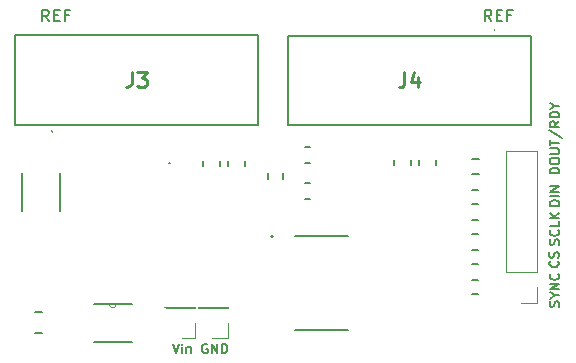
<source format=gbr>
%TF.GenerationSoftware,KiCad,Pcbnew,8.0.3*%
%TF.CreationDate,2024-08-07T15:39:48+03:00*%
%TF.ProjectId,Thermometer Schematic,54686572-6d6f-46d6-9574-657220536368,rev?*%
%TF.SameCoordinates,Original*%
%TF.FileFunction,Legend,Top*%
%TF.FilePolarity,Positive*%
%FSLAX46Y46*%
G04 Gerber Fmt 4.6, Leading zero omitted, Abs format (unit mm)*
G04 Created by KiCad (PCBNEW 8.0.3) date 2024-08-07 15:39:48*
%MOMM*%
%LPD*%
G01*
G04 APERTURE LIST*
%ADD10C,0.200000*%
%ADD11C,0.254000*%
%ADD12C,0.127000*%
%ADD13C,0.180000*%
%ADD14C,0.120000*%
%ADD15C,0.100000*%
%ADD16C,0.152400*%
G04 APERTURE END LIST*
D10*
X96111101Y-105539790D02*
X96034911Y-105501695D01*
X96034911Y-105501695D02*
X95920625Y-105501695D01*
X95920625Y-105501695D02*
X95806339Y-105539790D01*
X95806339Y-105539790D02*
X95730149Y-105615980D01*
X95730149Y-105615980D02*
X95692054Y-105692171D01*
X95692054Y-105692171D02*
X95653958Y-105844552D01*
X95653958Y-105844552D02*
X95653958Y-105958838D01*
X95653958Y-105958838D02*
X95692054Y-106111219D01*
X95692054Y-106111219D02*
X95730149Y-106187409D01*
X95730149Y-106187409D02*
X95806339Y-106263600D01*
X95806339Y-106263600D02*
X95920625Y-106301695D01*
X95920625Y-106301695D02*
X95996816Y-106301695D01*
X95996816Y-106301695D02*
X96111101Y-106263600D01*
X96111101Y-106263600D02*
X96149197Y-106225504D01*
X96149197Y-106225504D02*
X96149197Y-105958838D01*
X96149197Y-105958838D02*
X95996816Y-105958838D01*
X96492054Y-106301695D02*
X96492054Y-105501695D01*
X96492054Y-105501695D02*
X96949197Y-106301695D01*
X96949197Y-106301695D02*
X96949197Y-105501695D01*
X97330149Y-106301695D02*
X97330149Y-105501695D01*
X97330149Y-105501695D02*
X97520625Y-105501695D01*
X97520625Y-105501695D02*
X97634911Y-105539790D01*
X97634911Y-105539790D02*
X97711101Y-105615980D01*
X97711101Y-105615980D02*
X97749196Y-105692171D01*
X97749196Y-105692171D02*
X97787292Y-105844552D01*
X97787292Y-105844552D02*
X97787292Y-105958838D01*
X97787292Y-105958838D02*
X97749196Y-106111219D01*
X97749196Y-106111219D02*
X97711101Y-106187409D01*
X97711101Y-106187409D02*
X97634911Y-106263600D01*
X97634911Y-106263600D02*
X97520625Y-106301695D01*
X97520625Y-106301695D02*
X97330149Y-106301695D01*
X93177768Y-105511695D02*
X93444435Y-106311695D01*
X93444435Y-106311695D02*
X93711101Y-105511695D01*
X93977768Y-106311695D02*
X93977768Y-105778361D01*
X93977768Y-105511695D02*
X93939672Y-105549790D01*
X93939672Y-105549790D02*
X93977768Y-105587885D01*
X93977768Y-105587885D02*
X94015863Y-105549790D01*
X94015863Y-105549790D02*
X93977768Y-105511695D01*
X93977768Y-105511695D02*
X93977768Y-105587885D01*
X94358720Y-105778361D02*
X94358720Y-106311695D01*
X94358720Y-105854552D02*
X94396815Y-105816457D01*
X94396815Y-105816457D02*
X94473005Y-105778361D01*
X94473005Y-105778361D02*
X94587291Y-105778361D01*
X94587291Y-105778361D02*
X94663482Y-105816457D01*
X94663482Y-105816457D02*
X94701577Y-105892647D01*
X94701577Y-105892647D02*
X94701577Y-106311695D01*
X125931695Y-91077945D02*
X125131695Y-91077945D01*
X125131695Y-91077945D02*
X125131695Y-90887469D01*
X125131695Y-90887469D02*
X125169790Y-90773183D01*
X125169790Y-90773183D02*
X125245980Y-90696993D01*
X125245980Y-90696993D02*
X125322171Y-90658898D01*
X125322171Y-90658898D02*
X125474552Y-90620802D01*
X125474552Y-90620802D02*
X125588838Y-90620802D01*
X125588838Y-90620802D02*
X125741219Y-90658898D01*
X125741219Y-90658898D02*
X125817409Y-90696993D01*
X125817409Y-90696993D02*
X125893600Y-90773183D01*
X125893600Y-90773183D02*
X125931695Y-90887469D01*
X125931695Y-90887469D02*
X125931695Y-91077945D01*
X125131695Y-90125564D02*
X125131695Y-89973183D01*
X125131695Y-89973183D02*
X125169790Y-89896993D01*
X125169790Y-89896993D02*
X125245980Y-89820802D01*
X125245980Y-89820802D02*
X125398361Y-89782707D01*
X125398361Y-89782707D02*
X125665028Y-89782707D01*
X125665028Y-89782707D02*
X125817409Y-89820802D01*
X125817409Y-89820802D02*
X125893600Y-89896993D01*
X125893600Y-89896993D02*
X125931695Y-89973183D01*
X125931695Y-89973183D02*
X125931695Y-90125564D01*
X125931695Y-90125564D02*
X125893600Y-90201755D01*
X125893600Y-90201755D02*
X125817409Y-90277945D01*
X125817409Y-90277945D02*
X125665028Y-90316041D01*
X125665028Y-90316041D02*
X125398361Y-90316041D01*
X125398361Y-90316041D02*
X125245980Y-90277945D01*
X125245980Y-90277945D02*
X125169790Y-90201755D01*
X125169790Y-90201755D02*
X125131695Y-90125564D01*
X125131695Y-89439850D02*
X125779314Y-89439850D01*
X125779314Y-89439850D02*
X125855504Y-89401755D01*
X125855504Y-89401755D02*
X125893600Y-89363660D01*
X125893600Y-89363660D02*
X125931695Y-89287469D01*
X125931695Y-89287469D02*
X125931695Y-89135088D01*
X125931695Y-89135088D02*
X125893600Y-89058898D01*
X125893600Y-89058898D02*
X125855504Y-89020803D01*
X125855504Y-89020803D02*
X125779314Y-88982707D01*
X125779314Y-88982707D02*
X125131695Y-88982707D01*
X125131695Y-88716041D02*
X125131695Y-88258898D01*
X125931695Y-88487470D02*
X125131695Y-88487470D01*
X125093600Y-87420803D02*
X126122171Y-88106517D01*
X125931695Y-86696993D02*
X125550742Y-86963660D01*
X125931695Y-87154136D02*
X125131695Y-87154136D01*
X125131695Y-87154136D02*
X125131695Y-86849374D01*
X125131695Y-86849374D02*
X125169790Y-86773184D01*
X125169790Y-86773184D02*
X125207885Y-86735089D01*
X125207885Y-86735089D02*
X125284076Y-86696993D01*
X125284076Y-86696993D02*
X125398361Y-86696993D01*
X125398361Y-86696993D02*
X125474552Y-86735089D01*
X125474552Y-86735089D02*
X125512647Y-86773184D01*
X125512647Y-86773184D02*
X125550742Y-86849374D01*
X125550742Y-86849374D02*
X125550742Y-87154136D01*
X125931695Y-86354136D02*
X125131695Y-86354136D01*
X125131695Y-86354136D02*
X125131695Y-86163660D01*
X125131695Y-86163660D02*
X125169790Y-86049374D01*
X125169790Y-86049374D02*
X125245980Y-85973184D01*
X125245980Y-85973184D02*
X125322171Y-85935089D01*
X125322171Y-85935089D02*
X125474552Y-85896993D01*
X125474552Y-85896993D02*
X125588838Y-85896993D01*
X125588838Y-85896993D02*
X125741219Y-85935089D01*
X125741219Y-85935089D02*
X125817409Y-85973184D01*
X125817409Y-85973184D02*
X125893600Y-86049374D01*
X125893600Y-86049374D02*
X125931695Y-86163660D01*
X125931695Y-86163660D02*
X125931695Y-86354136D01*
X125550742Y-85401755D02*
X125931695Y-85401755D01*
X125131695Y-85668422D02*
X125550742Y-85401755D01*
X125550742Y-85401755D02*
X125131695Y-85135089D01*
X125863600Y-102376041D02*
X125901695Y-102261755D01*
X125901695Y-102261755D02*
X125901695Y-102071279D01*
X125901695Y-102071279D02*
X125863600Y-101995088D01*
X125863600Y-101995088D02*
X125825504Y-101956993D01*
X125825504Y-101956993D02*
X125749314Y-101918898D01*
X125749314Y-101918898D02*
X125673123Y-101918898D01*
X125673123Y-101918898D02*
X125596933Y-101956993D01*
X125596933Y-101956993D02*
X125558838Y-101995088D01*
X125558838Y-101995088D02*
X125520742Y-102071279D01*
X125520742Y-102071279D02*
X125482647Y-102223660D01*
X125482647Y-102223660D02*
X125444552Y-102299850D01*
X125444552Y-102299850D02*
X125406457Y-102337945D01*
X125406457Y-102337945D02*
X125330266Y-102376041D01*
X125330266Y-102376041D02*
X125254076Y-102376041D01*
X125254076Y-102376041D02*
X125177885Y-102337945D01*
X125177885Y-102337945D02*
X125139790Y-102299850D01*
X125139790Y-102299850D02*
X125101695Y-102223660D01*
X125101695Y-102223660D02*
X125101695Y-102033183D01*
X125101695Y-102033183D02*
X125139790Y-101918898D01*
X125520742Y-101423659D02*
X125901695Y-101423659D01*
X125101695Y-101690326D02*
X125520742Y-101423659D01*
X125520742Y-101423659D02*
X125101695Y-101156993D01*
X125901695Y-100890326D02*
X125101695Y-100890326D01*
X125101695Y-100890326D02*
X125901695Y-100433183D01*
X125901695Y-100433183D02*
X125101695Y-100433183D01*
X125825504Y-99595088D02*
X125863600Y-99633184D01*
X125863600Y-99633184D02*
X125901695Y-99747469D01*
X125901695Y-99747469D02*
X125901695Y-99823660D01*
X125901695Y-99823660D02*
X125863600Y-99937946D01*
X125863600Y-99937946D02*
X125787409Y-100014136D01*
X125787409Y-100014136D02*
X125711219Y-100052231D01*
X125711219Y-100052231D02*
X125558838Y-100090327D01*
X125558838Y-100090327D02*
X125444552Y-100090327D01*
X125444552Y-100090327D02*
X125292171Y-100052231D01*
X125292171Y-100052231D02*
X125215980Y-100014136D01*
X125215980Y-100014136D02*
X125139790Y-99937946D01*
X125139790Y-99937946D02*
X125101695Y-99823660D01*
X125101695Y-99823660D02*
X125101695Y-99747469D01*
X125101695Y-99747469D02*
X125139790Y-99633184D01*
X125139790Y-99633184D02*
X125177885Y-99595088D01*
X120181101Y-78217219D02*
X119847768Y-77741028D01*
X119609673Y-78217219D02*
X119609673Y-77217219D01*
X119609673Y-77217219D02*
X119990625Y-77217219D01*
X119990625Y-77217219D02*
X120085863Y-77264838D01*
X120085863Y-77264838D02*
X120133482Y-77312457D01*
X120133482Y-77312457D02*
X120181101Y-77407695D01*
X120181101Y-77407695D02*
X120181101Y-77550552D01*
X120181101Y-77550552D02*
X120133482Y-77645790D01*
X120133482Y-77645790D02*
X120085863Y-77693409D01*
X120085863Y-77693409D02*
X119990625Y-77741028D01*
X119990625Y-77741028D02*
X119609673Y-77741028D01*
X120609673Y-77693409D02*
X120943006Y-77693409D01*
X121085863Y-78217219D02*
X120609673Y-78217219D01*
X120609673Y-78217219D02*
X120609673Y-77217219D01*
X120609673Y-77217219D02*
X121085863Y-77217219D01*
X121847768Y-77693409D02*
X121514435Y-77693409D01*
X121514435Y-78217219D02*
X121514435Y-77217219D01*
X121514435Y-77217219D02*
X121990625Y-77217219D01*
X82711101Y-78217219D02*
X82377768Y-77741028D01*
X82139673Y-78217219D02*
X82139673Y-77217219D01*
X82139673Y-77217219D02*
X82520625Y-77217219D01*
X82520625Y-77217219D02*
X82615863Y-77264838D01*
X82615863Y-77264838D02*
X82663482Y-77312457D01*
X82663482Y-77312457D02*
X82711101Y-77407695D01*
X82711101Y-77407695D02*
X82711101Y-77550552D01*
X82711101Y-77550552D02*
X82663482Y-77645790D01*
X82663482Y-77645790D02*
X82615863Y-77693409D01*
X82615863Y-77693409D02*
X82520625Y-77741028D01*
X82520625Y-77741028D02*
X82139673Y-77741028D01*
X83139673Y-77693409D02*
X83473006Y-77693409D01*
X83615863Y-78217219D02*
X83139673Y-78217219D01*
X83139673Y-78217219D02*
X83139673Y-77217219D01*
X83139673Y-77217219D02*
X83615863Y-77217219D01*
X84377768Y-77693409D02*
X84044435Y-77693409D01*
X84044435Y-78217219D02*
X84044435Y-77217219D01*
X84044435Y-77217219D02*
X84520625Y-77217219D01*
X125805504Y-98520802D02*
X125843600Y-98558898D01*
X125843600Y-98558898D02*
X125881695Y-98673183D01*
X125881695Y-98673183D02*
X125881695Y-98749374D01*
X125881695Y-98749374D02*
X125843600Y-98863660D01*
X125843600Y-98863660D02*
X125767409Y-98939850D01*
X125767409Y-98939850D02*
X125691219Y-98977945D01*
X125691219Y-98977945D02*
X125538838Y-99016041D01*
X125538838Y-99016041D02*
X125424552Y-99016041D01*
X125424552Y-99016041D02*
X125272171Y-98977945D01*
X125272171Y-98977945D02*
X125195980Y-98939850D01*
X125195980Y-98939850D02*
X125119790Y-98863660D01*
X125119790Y-98863660D02*
X125081695Y-98749374D01*
X125081695Y-98749374D02*
X125081695Y-98673183D01*
X125081695Y-98673183D02*
X125119790Y-98558898D01*
X125119790Y-98558898D02*
X125157885Y-98520802D01*
X125843600Y-98216041D02*
X125881695Y-98101755D01*
X125881695Y-98101755D02*
X125881695Y-97911279D01*
X125881695Y-97911279D02*
X125843600Y-97835088D01*
X125843600Y-97835088D02*
X125805504Y-97796993D01*
X125805504Y-97796993D02*
X125729314Y-97758898D01*
X125729314Y-97758898D02*
X125653123Y-97758898D01*
X125653123Y-97758898D02*
X125576933Y-97796993D01*
X125576933Y-97796993D02*
X125538838Y-97835088D01*
X125538838Y-97835088D02*
X125500742Y-97911279D01*
X125500742Y-97911279D02*
X125462647Y-98063660D01*
X125462647Y-98063660D02*
X125424552Y-98139850D01*
X125424552Y-98139850D02*
X125386457Y-98177945D01*
X125386457Y-98177945D02*
X125310266Y-98216041D01*
X125310266Y-98216041D02*
X125234076Y-98216041D01*
X125234076Y-98216041D02*
X125157885Y-98177945D01*
X125157885Y-98177945D02*
X125119790Y-98139850D01*
X125119790Y-98139850D02*
X125081695Y-98063660D01*
X125081695Y-98063660D02*
X125081695Y-97873183D01*
X125081695Y-97873183D02*
X125119790Y-97758898D01*
X125863600Y-97126041D02*
X125901695Y-97011755D01*
X125901695Y-97011755D02*
X125901695Y-96821279D01*
X125901695Y-96821279D02*
X125863600Y-96745088D01*
X125863600Y-96745088D02*
X125825504Y-96706993D01*
X125825504Y-96706993D02*
X125749314Y-96668898D01*
X125749314Y-96668898D02*
X125673123Y-96668898D01*
X125673123Y-96668898D02*
X125596933Y-96706993D01*
X125596933Y-96706993D02*
X125558838Y-96745088D01*
X125558838Y-96745088D02*
X125520742Y-96821279D01*
X125520742Y-96821279D02*
X125482647Y-96973660D01*
X125482647Y-96973660D02*
X125444552Y-97049850D01*
X125444552Y-97049850D02*
X125406457Y-97087945D01*
X125406457Y-97087945D02*
X125330266Y-97126041D01*
X125330266Y-97126041D02*
X125254076Y-97126041D01*
X125254076Y-97126041D02*
X125177885Y-97087945D01*
X125177885Y-97087945D02*
X125139790Y-97049850D01*
X125139790Y-97049850D02*
X125101695Y-96973660D01*
X125101695Y-96973660D02*
X125101695Y-96783183D01*
X125101695Y-96783183D02*
X125139790Y-96668898D01*
X125825504Y-95868897D02*
X125863600Y-95906993D01*
X125863600Y-95906993D02*
X125901695Y-96021278D01*
X125901695Y-96021278D02*
X125901695Y-96097469D01*
X125901695Y-96097469D02*
X125863600Y-96211755D01*
X125863600Y-96211755D02*
X125787409Y-96287945D01*
X125787409Y-96287945D02*
X125711219Y-96326040D01*
X125711219Y-96326040D02*
X125558838Y-96364136D01*
X125558838Y-96364136D02*
X125444552Y-96364136D01*
X125444552Y-96364136D02*
X125292171Y-96326040D01*
X125292171Y-96326040D02*
X125215980Y-96287945D01*
X125215980Y-96287945D02*
X125139790Y-96211755D01*
X125139790Y-96211755D02*
X125101695Y-96097469D01*
X125101695Y-96097469D02*
X125101695Y-96021278D01*
X125101695Y-96021278D02*
X125139790Y-95906993D01*
X125139790Y-95906993D02*
X125177885Y-95868897D01*
X125901695Y-95145088D02*
X125901695Y-95526040D01*
X125901695Y-95526040D02*
X125101695Y-95526040D01*
X125901695Y-94878421D02*
X125101695Y-94878421D01*
X125901695Y-94421278D02*
X125444552Y-94764136D01*
X125101695Y-94421278D02*
X125558838Y-94878421D01*
X125901695Y-93817945D02*
X125101695Y-93817945D01*
X125101695Y-93817945D02*
X125101695Y-93627469D01*
X125101695Y-93627469D02*
X125139790Y-93513183D01*
X125139790Y-93513183D02*
X125215980Y-93436993D01*
X125215980Y-93436993D02*
X125292171Y-93398898D01*
X125292171Y-93398898D02*
X125444552Y-93360802D01*
X125444552Y-93360802D02*
X125558838Y-93360802D01*
X125558838Y-93360802D02*
X125711219Y-93398898D01*
X125711219Y-93398898D02*
X125787409Y-93436993D01*
X125787409Y-93436993D02*
X125863600Y-93513183D01*
X125863600Y-93513183D02*
X125901695Y-93627469D01*
X125901695Y-93627469D02*
X125901695Y-93817945D01*
X125901695Y-93017945D02*
X125101695Y-93017945D01*
X125901695Y-92636993D02*
X125101695Y-92636993D01*
X125101695Y-92636993D02*
X125901695Y-92179850D01*
X125901695Y-92179850D02*
X125101695Y-92179850D01*
D11*
X112798067Y-82535318D02*
X112798067Y-83442461D01*
X112798067Y-83442461D02*
X112737590Y-83623889D01*
X112737590Y-83623889D02*
X112616638Y-83744842D01*
X112616638Y-83744842D02*
X112435209Y-83805318D01*
X112435209Y-83805318D02*
X112314257Y-83805318D01*
X113947114Y-82958651D02*
X113947114Y-83805318D01*
X113644733Y-82474842D02*
X113342352Y-83381984D01*
X113342352Y-83381984D02*
X114128543Y-83381984D01*
X89711467Y-82519518D02*
X89711467Y-83426661D01*
X89711467Y-83426661D02*
X89650990Y-83608089D01*
X89650990Y-83608089D02*
X89530038Y-83729042D01*
X89530038Y-83729042D02*
X89348609Y-83789518D01*
X89348609Y-83789518D02*
X89227657Y-83789518D01*
X90195276Y-82519518D02*
X90981467Y-82519518D01*
X90981467Y-82519518D02*
X90558133Y-83003327D01*
X90558133Y-83003327D02*
X90739562Y-83003327D01*
X90739562Y-83003327D02*
X90860514Y-83063803D01*
X90860514Y-83063803D02*
X90920990Y-83124280D01*
X90920990Y-83124280D02*
X90981467Y-83245232D01*
X90981467Y-83245232D02*
X90981467Y-83547613D01*
X90981467Y-83547613D02*
X90920990Y-83668565D01*
X90920990Y-83668565D02*
X90860514Y-83729042D01*
X90860514Y-83729042D02*
X90739562Y-83789518D01*
X90739562Y-83789518D02*
X90376705Y-83789518D01*
X90376705Y-83789518D02*
X90255752Y-83729042D01*
X90255752Y-83729042D02*
X90195276Y-83668565D01*
D12*
%TO.C,U1*%
X108050000Y-96395000D02*
X103550000Y-96395000D01*
X108050000Y-104315000D02*
X103550000Y-104315000D01*
D13*
X101710000Y-96420000D02*
G75*
G02*
X101530000Y-96420000I-90000J0D01*
G01*
X101530000Y-96420000D02*
G75*
G02*
X101710000Y-96420000I90000J0D01*
G01*
D12*
%TO.C,R18*%
X119105000Y-89905000D02*
X118545000Y-89905000D01*
X119105000Y-91155000D02*
X118545000Y-91155000D01*
D14*
%TO.C,J5*%
X92650000Y-102448000D02*
X92650000Y-102388000D01*
X95100000Y-102388000D02*
X92480000Y-102388000D01*
X95100000Y-102448000D02*
X92650000Y-102448000D01*
X95100000Y-102448000D02*
X95100000Y-102388000D01*
X95100000Y-103718000D02*
X95100000Y-105048000D01*
X95100000Y-105048000D02*
X93980000Y-105048000D01*
D12*
%TO.C,R17*%
X111958800Y-89980000D02*
X111958800Y-90420000D01*
X113358800Y-89980000D02*
X113358800Y-90420000D01*
D10*
%TO.C,J4*%
X102921400Y-79431000D02*
X123521400Y-79431000D01*
X102921400Y-87031000D02*
X102921400Y-79431000D01*
D15*
X120421400Y-78881000D02*
X120421400Y-78881000D01*
X120421400Y-78981000D02*
X120421400Y-78981000D01*
D10*
X123521400Y-79431000D02*
X123521400Y-87031000D01*
X123521400Y-87031000D02*
X102921400Y-87031000D01*
D15*
X120421400Y-78881000D02*
G75*
G02*
X120421400Y-78981000I0J-50000D01*
G01*
X120421400Y-78981000D02*
G75*
G02*
X120421400Y-78881000I0J50000D01*
G01*
D16*
%TO.C,IC1*%
X80474600Y-91075400D02*
X80474600Y-94275800D01*
X83675000Y-92370800D02*
X83675000Y-91075400D01*
X83675000Y-92980400D02*
X83675000Y-92370800D01*
X83675000Y-94275800D02*
X83675000Y-92980400D01*
D10*
%TO.C,J3*%
X79834800Y-79415200D02*
X100434800Y-79415200D01*
X79834800Y-87015200D02*
X79834800Y-79415200D01*
D15*
X82934800Y-87465200D02*
X82934800Y-87465200D01*
X82934800Y-87565200D02*
X82934800Y-87565200D01*
D10*
X100434800Y-79415200D02*
X100434800Y-87015200D01*
X100434800Y-87015200D02*
X79834800Y-87015200D01*
D15*
X82934800Y-87465200D02*
G75*
G02*
X82934800Y-87565200I0J-50000D01*
G01*
X82934800Y-87565200D02*
G75*
G02*
X82934800Y-87465200I0J50000D01*
G01*
D12*
%TO.C,R7*%
X119055000Y-92465000D02*
X118495000Y-92465000D01*
X119055000Y-93715000D02*
X118495000Y-93715000D01*
%TO.C,R3*%
X97880000Y-90000000D02*
X97880000Y-90440000D01*
X99280000Y-90000000D02*
X99280000Y-90440000D01*
%TO.C,R9*%
X101294200Y-91583200D02*
X101294200Y-91023200D01*
X102544200Y-91583200D02*
X102544200Y-91023200D01*
%TO.C,R14*%
X119065000Y-100095000D02*
X118505000Y-100095000D01*
X119065000Y-101345000D02*
X118505000Y-101345000D01*
%TO.C,R6*%
X104407600Y-91873200D02*
X104847600Y-91873200D01*
X104407600Y-93273200D02*
X104847600Y-93273200D01*
%TO.C,R4*%
X95774400Y-90019800D02*
X95774400Y-90459800D01*
X97174400Y-90019800D02*
X97174400Y-90459800D01*
D10*
%TO.C,C6*%
X92960000Y-90250000D02*
G75*
G02*
X92860000Y-90250000I-50000J0D01*
G01*
X92860000Y-90250000D02*
G75*
G02*
X92960000Y-90250000I50000J0D01*
G01*
D12*
%TO.C,C2*%
X82104000Y-102810000D02*
X81524000Y-102810000D01*
X82104000Y-104610000D02*
X81524000Y-104610000D01*
%TO.C,R5*%
X104407600Y-88850600D02*
X104847600Y-88850600D01*
X104407600Y-90250600D02*
X104847600Y-90250600D01*
%TO.C,R13*%
X119055000Y-97545000D02*
X118495000Y-97545000D01*
X119055000Y-98795000D02*
X118495000Y-98795000D01*
D14*
%TO.C,J6*%
X95370000Y-102448000D02*
X95370000Y-102388000D01*
X97850000Y-102388000D02*
X95380000Y-102388000D01*
X97850000Y-102448000D02*
X95380000Y-102448000D01*
X97850000Y-102448000D02*
X97850000Y-102388000D01*
X97850000Y-103718000D02*
X97850000Y-105048000D01*
X97850000Y-105048000D02*
X96520000Y-105048000D01*
D12*
%TO.C,R19*%
X114060000Y-89980000D02*
X114060000Y-90420000D01*
X115460000Y-89980000D02*
X115460000Y-90420000D01*
D14*
%TO.C,J2*%
X121390000Y-99440000D02*
X121390000Y-89220000D01*
X124050000Y-89220000D02*
X121390000Y-89220000D01*
X124050000Y-99440000D02*
X121390000Y-99440000D01*
X124050000Y-99440000D02*
X124050000Y-89220000D01*
X124050000Y-100710000D02*
X124050000Y-102040000D01*
X124050000Y-102040000D02*
X122720000Y-102040000D01*
D12*
%TO.C,R8*%
X119065000Y-95015000D02*
X118505000Y-95015000D01*
X119065000Y-96265000D02*
X118505000Y-96265000D01*
D16*
%TO.C,U2*%
X86519800Y-105360200D02*
X89720200Y-105360200D01*
X87815200Y-102159800D02*
X86519800Y-102159800D01*
X88424800Y-102159800D02*
X87815200Y-102159800D01*
X89720200Y-102159800D02*
X88424800Y-102159800D01*
D15*
X88424800Y-102159800D02*
G75*
G02*
X87815200Y-102159800I-304800J0D01*
G01*
%TD*%
M02*

</source>
